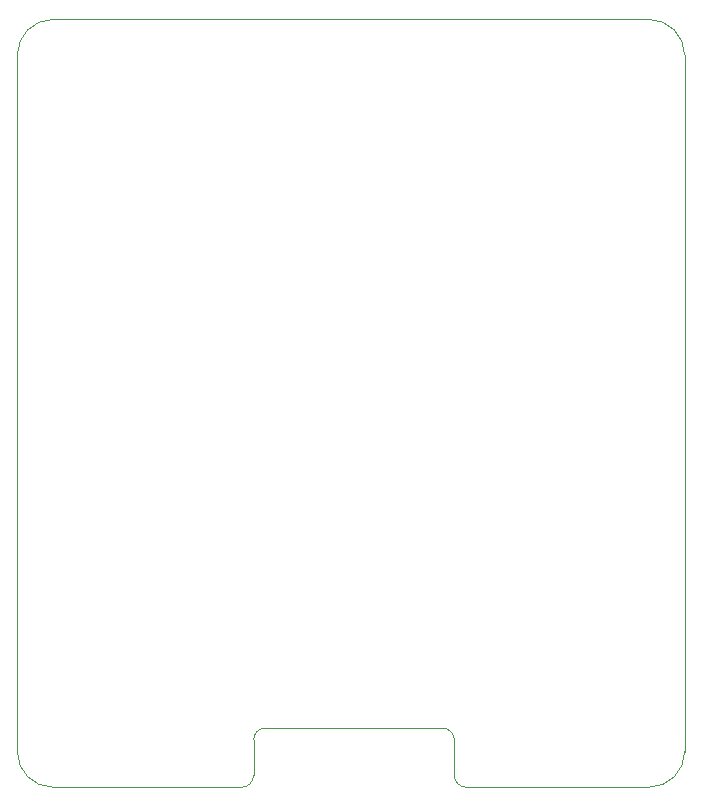
<source format=gko>
G04 #@! TF.GenerationSoftware,KiCad,Pcbnew,(5.1.4)-1*
G04 #@! TF.CreationDate,2019-09-05T19:32:48+02:00*
G04 #@! TF.ProjectId,rf-receiver,72662d72-6563-4656-9976-65722e6b6963,rev?*
G04 #@! TF.SameCoordinates,Original*
G04 #@! TF.FileFunction,Profile,NP*
%FSLAX46Y46*%
G04 Gerber Fmt 4.6, Leading zero omitted, Abs format (unit mm)*
G04 Created by KiCad (PCBNEW (5.1.4)-1) date 2019-09-05 19:32:48*
%MOMM*%
%LPD*%
G04 APERTURE LIST*
%ADD10C,0.100000*%
G04 APERTURE END LIST*
D10*
X113000000Y-122750000D02*
X128500000Y-122750000D01*
X94000000Y-122750000D02*
X78000000Y-122750000D01*
X95000000Y-121750000D02*
G75*
G02X94000000Y-122750000I-1000000J0D01*
G01*
X95000000Y-118750000D02*
G75*
G02X96000000Y-117750000I1000000J0D01*
G01*
X111000000Y-117750000D02*
G75*
G02X112000000Y-118750000I0J-1000000D01*
G01*
X113000000Y-122750000D02*
G75*
G02X112000000Y-121750000I0J1000000D01*
G01*
X112000000Y-118750000D02*
X112000000Y-121750000D01*
X96000000Y-117750000D02*
X111000000Y-117750000D01*
X95000000Y-118750000D02*
X95000000Y-121750000D01*
X78000000Y-122750000D02*
G75*
G02X75000000Y-119750000I0J3000000D01*
G01*
X75000000Y-60750000D02*
G75*
G02X78000000Y-57750000I3000000J0D01*
G01*
X128500000Y-57750000D02*
G75*
G02X131500000Y-60750000I0J-3000000D01*
G01*
X131500000Y-119750000D02*
G75*
G02X128500000Y-122750000I-3000000J0D01*
G01*
X75000000Y-119750000D02*
X75000000Y-60750000D01*
X131500000Y-60750000D02*
X131500000Y-119750000D01*
X78000000Y-57750000D02*
X128500000Y-57750000D01*
M02*

</source>
